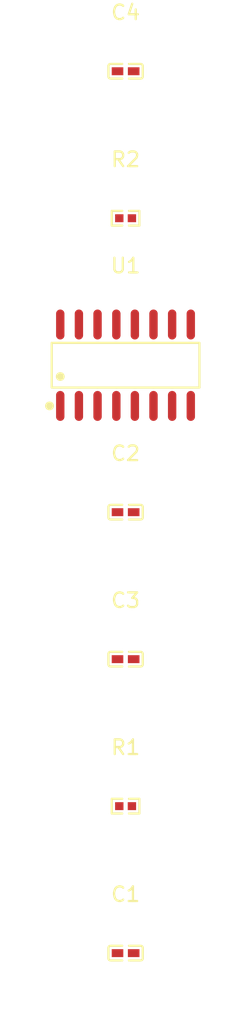
<source format=kicad_pcb>
(kicad_pcb (version 20241229) (generator "atopile") (generator_version "0.3.24")
  (layers (0 "F.Cu" signal) (31 "B.Cu" signal) (34 "B.Paste" user) (35 "F.Paste" user) (36 "B.SilkS" user "B.Silkscreen") (37 "F.SilkS" user "F.Silkscreen") (38 "B.Mask" user) (39 "F.Mask" user) (44 "Edge.Cuts" user))
  (net 0 "")
  (net 1 "VIN1P")
  (net 2 "VIN2P")
  (net 3 "VBG")
  (net 4 "REFP")
  (net 5 "DRDY")
  (net 6 "SCL")
  (net 7 "XIN")
  (net 8 "DVDD")
  (net 9 "XOUT")
  (net 10 "VIN1N")
  (net 11 "line")
  (net 12 "AVDD_LDO")
  (net 13 "line-1")
  (net 14 "VIN2N")
  (net 15 "SDA")
  (net 16 "gnd")
  (footprint "atopile:C0402-b3ef17" (layer "F.Cu") (at 0 0 0)
    (property "Reference" "C1" (at 0 -4 0) (layer "F.SilkS") (hide no))
    (property "Value" "330pF ±10% 50V X7R")
    (fp_line (start 1.02 -0.5) (end 0.23 -0.5) (stroke (width 0.15)) (layer "F.SilkS"))
    (fp_line (start 0.23 0.5) (end 1.02 0.5) (stroke (width 0.15)) (layer "F.SilkS"))
    (fp_line (start 1.17 0.35) (end 1.17 -0.35) (stroke (width 0.15)) (layer "F.SilkS"))
    (fp_line (start -1.02 -0.5) (end -0.23 -0.5) (stroke (width 0.15)) (layer "F.SilkS"))
    (fp_line (start -0.23 0.5) (end -1.02 0.5) (stroke (width 0.15)) (layer "F.SilkS"))
    (fp_line (start -1.17 0.35) (end -1.17 -0.35) (stroke (width 0.15)) (layer "F.SilkS"))
    (fp_arc (start 1.17 0.35) (mid 1.1260660171779822 0.456066017177982) (end 1.02 0.4999999999999999) (stroke (width 0.15)) (layer "F.SilkS"))
    (fp_arc (start 1.02 -0.5) (mid 1.1260660171779822 -0.4560660171779821) (end 1.17 -0.35) (stroke (width 0.15)) (layer "F.SilkS"))
    (fp_arc (start -1.17 0.35) (mid -1.1260660171779822 0.456066017177982) (end -1.02 0.4999999999999999) (stroke (width 0.15)) (layer "F.SilkS"))
    (fp_arc (start -1.02 -0.5) (mid -1.1260660171779822 -0.4560660171779821) (end -1.17 -0.35) (stroke (width 0.15)) (layer "F.SilkS"))
    (fp_text user "${REFERENCE}" (at 0 -4 0) (layer "F.SilkS"))
    (pad "2" smd rect (at 0.55 0 0) (size 0.79 0.54) (layers "F.Cu" "F.Paste" "F.Mask") (net 2 "VIN2P"))
    (pad "1" smd rect (at -0.55 0 0) (size 0.79 0.54) (layers "F.Cu" "F.Paste" "F.Mask") (net 14 "VIN2N"))
  )
  (footprint "atopile:R0402-56259e" (layer "F.Cu") (at 0 -10 0)
    (property "Reference" "R1" (at 0 -4 0) (layer "F.SilkS") (hide no))
    (property "Value" "49.9Ω ±1% 62.5mW")
    (fp_line (start -0.23 0.5) (end -0.94 0.5) (stroke (width 0.15)) (layer "F.SilkS"))
    (fp_line (start -0.94 0.5) (end -0.94 -0.5) (stroke (width 0.15)) (layer "F.SilkS"))
    (fp_line (start -0.94 -0.5) (end -0.23 -0.5) (stroke (width 0.15)) (layer "F.SilkS"))
    (fp_line (start 0.23 0.5) (end 0.94 0.5) (stroke (width 0.15)) (layer "F.SilkS"))
    (fp_line (start 0.94 0.5) (end 0.94 -0.5) (stroke (width 0.15)) (layer "F.SilkS"))
    (fp_line (start 0.94 -0.5) (end 0.23 -0.5) (stroke (width 0.15)) (layer "F.SilkS"))
    (fp_text user "${REFERENCE}" (at 0 -4 0) (layer "F.SilkS"))
    (pad "2" smd rect (at 0.43 0 0) (size 0.57 0.54) (layers "F.Cu" "F.Paste" "F.Mask") (net 11 "line"))
    (pad "1" smd rect (at -0.43 0 0) (size 0.57 0.54) (layers "F.Cu" "F.Paste" "F.Mask") (net 10 "VIN1N"))
  )
  (footprint "atopile:C0402-b3ef17" (layer "F.Cu") (at 0 -20 0)
    (property "Reference" "C3" (at 0 -4 0) (layer "F.SilkS") (hide no))
    (property "Value" "100nF ±10% 16V X7R")
    (fp_line (start 1.02 -0.5) (end 0.23 -0.5) (stroke (width 0.15)) (layer "F.SilkS"))
    (fp_line (start 0.23 0.5) (end 1.02 0.5) (stroke (width 0.15)) (layer "F.SilkS"))
    (fp_line (start 1.17 0.35) (end 1.17 -0.35) (stroke (width 0.15)) (layer "F.SilkS"))
    (fp_line (start -1.02 -0.5) (end -0.23 -0.5) (stroke (width 0.15)) (layer "F.SilkS"))
    (fp_line (start -0.23 0.5) (end -1.02 0.5) (stroke (width 0.15)) (layer "F.SilkS"))
    (fp_line (start -1.17 0.35) (end -1.17 -0.35) (stroke (width 0.15)) (layer "F.SilkS"))
    (fp_arc (start 1.17 0.35) (mid 1.1260660171779822 0.456066017177982) (end 1.02 0.4999999999999999) (stroke (width 0.15)) (layer "F.SilkS"))
    (fp_arc (start 1.02 -0.5) (mid 1.1260660171779822 -0.4560660171779821) (end 1.17 -0.35) (stroke (width 0.15)) (layer "F.SilkS"))
    (fp_arc (start -1.17 0.35) (mid -1.1260660171779822 0.456066017177982) (end -1.02 0.4999999999999999) (stroke (width 0.15)) (layer "F.SilkS"))
    (fp_arc (start -1.02 -0.5) (mid -1.1260660171779822 -0.4560660171779821) (end -1.17 -0.35) (stroke (width 0.15)) (layer "F.SilkS"))
    (fp_text user "${REFERENCE}" (at 0 -4 0) (layer "F.SilkS"))
    (pad "2" smd rect (at 0.55 0 0) (size 0.79 0.54) (layers "F.Cu" "F.Paste" "F.Mask") (net 1 "VIN1P"))
    (pad "1" smd rect (at -0.55 0 0) (size 0.79 0.54) (layers "F.Cu" "F.Paste" "F.Mask") (net 10 "VIN1N"))
  )
  (footprint "atopile:C0402-b3ef17" (layer "F.Cu") (at 0 -30 0)
    (property "Reference" "C2" (at 0 -4 0) (layer "F.SilkS") (hide no))
    (property "Value" "100nF ±10% 16V X7R")
    (fp_line (start 1.02 -0.5) (end 0.23 -0.5) (stroke (width 0.15)) (layer "F.SilkS"))
    (fp_line (start 0.23 0.5) (end 1.02 0.5) (stroke (width 0.15)) (layer "F.SilkS"))
    (fp_line (start 1.17 0.35) (end 1.17 -0.35) (stroke (width 0.15)) (layer "F.SilkS"))
    (fp_line (start -1.02 -0.5) (end -0.23 -0.5) (stroke (width 0.15)) (layer "F.SilkS"))
    (fp_line (start -0.23 0.5) (end -1.02 0.5) (stroke (width 0.15)) (layer "F.SilkS"))
    (fp_line (start -1.17 0.35) (end -1.17 -0.35) (stroke (width 0.15)) (layer "F.SilkS"))
    (fp_arc (start 1.17 0.35) (mid 1.1260660171779822 0.456066017177982) (end 1.02 0.4999999999999999) (stroke (width 0.15)) (layer "F.SilkS"))
    (fp_arc (start 1.02 -0.5) (mid 1.1260660171779822 -0.4560660171779821) (end 1.17 -0.35) (stroke (width 0.15)) (layer "F.SilkS"))
    (fp_arc (start -1.17 0.35) (mid -1.1260660171779822 0.456066017177982) (end -1.02 0.4999999999999999) (stroke (width 0.15)) (layer "F.SilkS"))
    (fp_arc (start -1.02 -0.5) (mid -1.1260660171779822 -0.4560660171779821) (end -1.17 -0.35) (stroke (width 0.15)) (layer "F.SilkS"))
    (fp_text user "${REFERENCE}" (at 0 -4 0) (layer "F.SilkS"))
    (pad "2" smd rect (at 0.55 0 0) (size 0.79 0.54) (layers "F.Cu" "F.Paste" "F.Mask") (net 16 "gnd"))
    (pad "1" smd rect (at -0.55 0 0) (size 0.79 0.54) (layers "F.Cu" "F.Paste" "F.Mask") (net 4 "REFP"))
  )
  (footprint "lib:SOP-16_L9.9-W3.9-P1.27-LS6.0-BL" (layer "F.Cu") (at 0 -40 0)
    (property "Reference" "U1" (at 0 -6.77 0) (layer "F.SilkS") (hide no))
    (property "Value" "")
    (fp_line (start -5.03 1.52) (end -5.03 -1.52) (stroke (width 0.15)) (layer "F.SilkS"))
    (fp_line (start -5.03 -1.52) (end 5.03 -1.52) (stroke (width 0.15)) (layer "F.SilkS"))
    (fp_line (start 5.03 -1.52) (end 5.03 1.52) (stroke (width 0.15)) (layer "F.SilkS"))
    (fp_line (start 5.03 1.52) (end -5.03 1.52) (stroke (width 0.15)) (layer "F.SilkS"))
    (fp_circle (center -4.45 0.77) (end -4.3 0.77) (stroke (width 0.3)) (fill no) (layer "F.SilkS"))
    (fp_circle (center -5.18 2.77) (end -5.03 2.77) (stroke (width 0.3)) (fill no) (layer "F.SilkS"))
    (fp_text user "${REFERENCE}" (at 0 -6.77 0) (layer "F.SilkS"))
    (pad "1" smd oval (at -4.45 2.77 0) (size 0.57 2.04) (layers "F.Cu" "F.Paste" "F.Mask") (net 4 "REFP"))
    (pad "2" smd oval (at -3.18 2.77 0) (size 0.57 2.04) (layers "F.Cu" "F.Paste" "F.Mask") (net 10 "VIN1N"))
    (pad "3" smd oval (at -1.91 2.77 0) (size 0.57 2.04) (layers "F.Cu" "F.Paste" "F.Mask") (net 1 "VIN1P"))
    (pad "4" smd oval (at -0.63 2.77 0) (size 0.57 2.04) (layers "F.Cu" "F.Paste" "F.Mask") (net 14 "VIN2N"))
    (pad "5" smd oval (at 0.63 2.77 0) (size 0.57 2.04) (layers "F.Cu" "F.Paste" "F.Mask") (net 2 "VIN2P"))
    (pad "6" smd oval (at 1.9 2.77 0) (size 0.57 2.04) (layers "F.Cu" "F.Paste" "F.Mask") (net 3 "VBG"))
    (pad "7" smd oval (at 3.17 2.77 0) (size 0.57 2.04) (layers "F.Cu" "F.Paste" "F.Mask") (net 16 "gnd"))
    (pad "8" smd oval (at 4.44 2.77 0) (size 0.57 2.04) (layers "F.Cu" "F.Paste" "F.Mask") (net 16 "gnd"))
    (pad "16" smd oval (at -4.45 -2.77 0) (size 0.57 2.04) (layers "F.Cu" "F.Paste" "F.Mask") (net 12 "AVDD_LDO"))
    (pad "15" smd oval (at -3.18 -2.77 0) (size 0.57 2.04) (layers "F.Cu" "F.Paste" "F.Mask") (net 8 "DVDD"))
    (pad "14" smd oval (at -1.91 -2.77 0) (size 0.57 2.04) (layers "F.Cu" "F.Paste" "F.Mask") (net 15 "SDA"))
    (pad "13" smd oval (at -0.63 -2.77 0) (size 0.57 2.04) (layers "F.Cu" "F.Paste" "F.Mask") (net 6 "SCL"))
    (pad "12" smd oval (at 0.63 -2.77 0) (size 0.57 2.04) (layers "F.Cu" "F.Paste" "F.Mask") (net 5 "DRDY"))
    (pad "11" smd oval (at 1.9 -2.77 0) (size 0.57 2.04) (layers "F.Cu" "F.Paste" "F.Mask") (net 9 "XOUT"))
    (pad "10" smd oval (at 3.17 -2.77 0) (size 0.57 2.04) (layers "F.Cu" "F.Paste" "F.Mask") (net 7 "XIN"))
    (pad "9" smd oval (at 4.44 -2.77 0) (size 0.57 2.04) (layers "F.Cu" "F.Paste" "F.Mask") (net 16 "gnd"))
  )
  (footprint "atopile:R0402-56259e" (layer "F.Cu") (at 0 -50 0)
    (property "Reference" "R2" (at 0 -4 0) (layer "F.SilkS") (hide no))
    (property "Value" "49.9Ω ±1% 62.5mW")
    (fp_line (start -0.23 0.5) (end -0.94 0.5) (stroke (width 0.15)) (layer "F.SilkS"))
    (fp_line (start -0.94 0.5) (end -0.94 -0.5) (stroke (width 0.15)) (layer "F.SilkS"))
    (fp_line (start -0.94 -0.5) (end -0.23 -0.5) (stroke (width 0.15)) (layer "F.SilkS"))
    (fp_line (start 0.23 0.5) (end 0.94 0.5) (stroke (width 0.15)) (layer "F.SilkS"))
    (fp_line (start 0.94 0.5) (end 0.94 -0.5) (stroke (width 0.15)) (layer "F.SilkS"))
    (fp_line (start 0.94 -0.5) (end 0.23 -0.5) (stroke (width 0.15)) (layer "F.SilkS"))
    (fp_text user "${REFERENCE}" (at 0 -4 0) (layer "F.SilkS"))
    (pad "2" smd rect (at 0.43 0 0) (size 0.57 0.54) (layers "F.Cu" "F.Paste" "F.Mask") (net 13 "line-1"))
    (pad "1" smd rect (at -0.43 0 0) (size 0.57 0.54) (layers "F.Cu" "F.Paste" "F.Mask") (net 1 "VIN1P"))
  )
  (footprint "atopile:C0402-b3ef17" (layer "F.Cu") (at 0 -60 0)
    (property "Reference" "C4" (at 0 -4 0) (layer "F.SilkS") (hide no))
    (property "Value" "100nF ±10% 16V X7R")
    (fp_line (start 1.02 -0.5) (end 0.23 -0.5) (stroke (width 0.15)) (layer "F.SilkS"))
    (fp_line (start 0.23 0.5) (end 1.02 0.5) (stroke (width 0.15)) (layer "F.SilkS"))
    (fp_line (start 1.17 0.35) (end 1.17 -0.35) (stroke (width 0.15)) (layer "F.SilkS"))
    (fp_line (start -1.02 -0.5) (end -0.23 -0.5) (stroke (width 0.15)) (layer "F.SilkS"))
    (fp_line (start -0.23 0.5) (end -1.02 0.5) (stroke (width 0.15)) (layer "F.SilkS"))
    (fp_line (start -1.17 0.35) (end -1.17 -0.35) (stroke (width 0.15)) (layer "F.SilkS"))
    (fp_arc (start 1.17 0.35) (mid 1.1260660171779822 0.456066017177982) (end 1.02 0.4999999999999999) (stroke (width 0.15)) (layer "F.SilkS"))
    (fp_arc (start 1.02 -0.5) (mid 1.1260660171779822 -0.4560660171779821) (end 1.17 -0.35) (stroke (width 0.15)) (layer "F.SilkS"))
    (fp_arc (start -1.17 0.35) (mid -1.1260660171779822 0.456066017177982) (end -1.02 0.4999999999999999) (stroke (width 0.15)) (layer "F.SilkS"))
    (fp_arc (start -1.02 -0.5) (mid -1.1260660171779822 -0.4560660171779821) (end -1.17 -0.35) (stroke (width 0.15)) (layer "F.SilkS"))
    (fp_text user "${REFERENCE}" (at 0 -4 0) (layer "F.SilkS"))
    (pad "2" smd rect (at 0.55 0 0) (size 0.79 0.54) (layers "F.Cu" "F.Paste" "F.Mask") (net 16 "gnd"))
    (pad "1" smd rect (at -0.55 0 0) (size 0.79 0.54) (layers "F.Cu" "F.Paste" "F.Mask") (net 3 "VBG"))
  )
)
</source>
